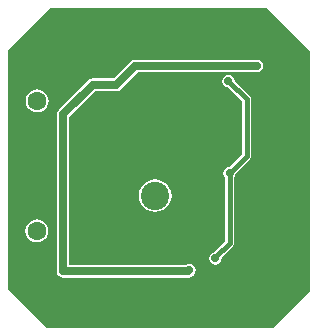
<source format=gbl>
G04*
G04 #@! TF.GenerationSoftware,Altium Limited,Altium Designer,21.6.1 (37)*
G04*
G04 Layer_Physical_Order=2*
G04 Layer_Color=16711680*
%FSLAX44Y44*%
%MOMM*%
G71*
G04*
G04 #@! TF.SameCoordinates,B1B93876-0226-414C-94E0-45D9D66D3651*
G04*
G04*
G04 #@! TF.FilePolarity,Positive*
G04*
G01*
G75*
%ADD25C,0.4000*%
%ADD26C,0.7000*%
%ADD29C,1.6000*%
%ADD30C,2.4000*%
G04:AMPARAMS|DCode=31|XSize=2.4mm|YSize=2.4mm|CornerRadius=0.6mm|HoleSize=0mm|Usage=FLASHONLY|Rotation=0.000|XOffset=0mm|YOffset=0mm|HoleType=Round|Shape=RoundedRectangle|*
%AMROUNDEDRECTD31*
21,1,2.4000,1.2000,0,0,0.0*
21,1,1.2000,2.4000,0,0,0.0*
1,1,1.2000,0.6000,-0.6000*
1,1,1.2000,-0.6000,-0.6000*
1,1,1.2000,-0.6000,0.6000*
1,1,1.2000,0.6000,0.6000*
%
%ADD31ROUNDEDRECTD31*%
%ADD32C,0.7000*%
G36*
X1531000Y2808666D02*
Y2605000D01*
X1500000Y2574000D01*
X1308000D01*
X1275000Y2607000D01*
Y2809000D01*
X1311000Y2845000D01*
X1494666Y2845000D01*
X1531000Y2808666D01*
D02*
G37*
%LPC*%
G36*
X1300178Y2776026D02*
X1297646Y2775692D01*
X1295286Y2774715D01*
X1293260Y2773160D01*
X1291705Y2771134D01*
X1290728Y2768774D01*
X1290394Y2766242D01*
X1290728Y2763710D01*
X1291705Y2761350D01*
X1293260Y2759324D01*
X1295286Y2757769D01*
X1297646Y2756792D01*
X1300178Y2756458D01*
X1302710Y2756792D01*
X1305070Y2757769D01*
X1307096Y2759324D01*
X1308651Y2761350D01*
X1309628Y2763710D01*
X1309962Y2766242D01*
X1309628Y2768774D01*
X1308651Y2771134D01*
X1307096Y2773160D01*
X1305070Y2774715D01*
X1302710Y2775692D01*
X1300178Y2776026D01*
D02*
G37*
G36*
X1400000Y2699818D02*
X1396424Y2699348D01*
X1393091Y2697967D01*
X1390229Y2695771D01*
X1388033Y2692909D01*
X1386653Y2689576D01*
X1386182Y2686000D01*
X1386653Y2682424D01*
X1388033Y2679091D01*
X1390229Y2676229D01*
X1393091Y2674033D01*
X1396424Y2672653D01*
X1400000Y2672182D01*
X1403576Y2672653D01*
X1406909Y2674033D01*
X1409771Y2676229D01*
X1411967Y2679091D01*
X1413347Y2682424D01*
X1413818Y2686000D01*
X1413347Y2689576D01*
X1411967Y2692909D01*
X1409771Y2695771D01*
X1406909Y2697967D01*
X1403576Y2699348D01*
X1400000Y2699818D01*
D02*
G37*
G36*
X1299670Y2666044D02*
X1297138Y2665710D01*
X1294778Y2664733D01*
X1292752Y2663178D01*
X1291197Y2661152D01*
X1290220Y2658792D01*
X1289886Y2656260D01*
X1290220Y2653728D01*
X1291197Y2651368D01*
X1292752Y2649342D01*
X1294778Y2647787D01*
X1297138Y2646810D01*
X1299670Y2646476D01*
X1302202Y2646810D01*
X1304562Y2647787D01*
X1306588Y2649342D01*
X1308143Y2651368D01*
X1309120Y2653728D01*
X1309454Y2656260D01*
X1309120Y2658792D01*
X1308143Y2661152D01*
X1306588Y2663178D01*
X1304562Y2664733D01*
X1302202Y2665710D01*
X1299670Y2666044D01*
D02*
G37*
G36*
X1462000Y2788302D02*
X1459971Y2787898D01*
X1458251Y2786749D01*
X1457102Y2785029D01*
X1456698Y2783000D01*
X1457102Y2780971D01*
X1458251Y2779251D01*
X1459971Y2778102D01*
X1461958Y2777706D01*
X1473728Y2765938D01*
Y2721063D01*
X1462959Y2710294D01*
X1460971Y2709898D01*
X1459251Y2708749D01*
X1458102Y2707029D01*
X1457698Y2705000D01*
X1458102Y2702971D01*
X1459227Y2701286D01*
Y2647563D01*
X1449710Y2638045D01*
X1448971Y2637898D01*
X1447251Y2636749D01*
X1446102Y2635029D01*
X1445698Y2633000D01*
X1446102Y2630971D01*
X1447251Y2629251D01*
X1448971Y2628102D01*
X1451000Y2627698D01*
X1453029Y2628102D01*
X1454749Y2629251D01*
X1455898Y2630971D01*
X1456302Y2633000D01*
X1456142Y2633806D01*
X1465668Y2643333D01*
X1465668Y2643333D01*
X1466158Y2644066D01*
X1466485Y2644556D01*
X1466772Y2646000D01*
Y2701286D01*
X1467898Y2702971D01*
X1468294Y2704958D01*
X1480168Y2716832D01*
X1480168Y2716832D01*
X1480658Y2717566D01*
X1480985Y2718056D01*
X1481272Y2719500D01*
Y2767500D01*
X1481272Y2767500D01*
X1480985Y2768944D01*
X1480168Y2770168D01*
X1467294Y2783041D01*
X1466898Y2785029D01*
X1465749Y2786749D01*
X1464029Y2787898D01*
X1462000Y2788302D01*
D02*
G37*
G36*
X1486000Y2801302D02*
X1383000D01*
X1380971Y2800898D01*
X1379251Y2799749D01*
X1378251Y2798749D01*
X1364754Y2785251D01*
X1347050D01*
X1345021Y2784848D01*
X1343301Y2783699D01*
X1318251Y2758648D01*
X1317102Y2756928D01*
X1316698Y2754900D01*
Y2622000D01*
X1317102Y2619971D01*
X1318251Y2618251D01*
X1319971Y2617102D01*
X1322000Y2616698D01*
X1428000D01*
X1430029Y2617102D01*
X1431749Y2618251D01*
X1432749Y2619251D01*
X1433898Y2620971D01*
X1434302Y2623000D01*
X1433898Y2625029D01*
X1432749Y2626749D01*
X1431029Y2627898D01*
X1429000Y2628302D01*
X1426971Y2627898D01*
X1426078Y2627302D01*
X1327302D01*
Y2752704D01*
X1349246Y2774648D01*
X1366950D01*
X1368979Y2775051D01*
X1370699Y2776201D01*
X1385196Y2790698D01*
X1486000D01*
X1488029Y2791102D01*
X1489749Y2792251D01*
X1490898Y2793971D01*
X1491302Y2796000D01*
X1490898Y2798029D01*
X1489749Y2799749D01*
X1488029Y2800898D01*
X1486000Y2801302D01*
D02*
G37*
%LPD*%
D25*
X1477500Y2719500D02*
Y2767500D01*
X1462000Y2783000D02*
X1477500Y2767500D01*
X1463000Y2705000D02*
X1477500Y2719500D01*
X1451000Y2633000D02*
Y2634000D01*
X1463000Y2646000D01*
Y2705000D01*
D26*
X1428000Y2622000D02*
X1429000Y2623000D01*
X1322000Y2622000D02*
X1428000D01*
X1322000D02*
Y2754900D01*
X1347050Y2779950D01*
X1382000Y2795000D02*
X1383000Y2796000D01*
X1366950Y2779950D02*
X1382000Y2795000D01*
X1383000Y2796000D02*
X1486000D01*
X1347050Y2779950D02*
X1366950D01*
D29*
X1299670Y2656260D02*
D03*
X1300178Y2766242D02*
D03*
D30*
X1400000Y2686000D02*
D03*
D31*
Y2735000D02*
D03*
D32*
X1510000Y2800000D02*
D03*
X1522500Y2775000D02*
D03*
X1510000Y2750000D02*
D03*
X1522500Y2725000D02*
D03*
X1510000Y2700000D02*
D03*
X1522500Y2675000D02*
D03*
X1510000Y2650000D02*
D03*
X1522500Y2625000D02*
D03*
X1510000Y2600000D02*
D03*
X1497500Y2825000D02*
D03*
Y2775000D02*
D03*
X1485000Y2750000D02*
D03*
X1497500Y2725000D02*
D03*
Y2675000D02*
D03*
X1485000Y2650000D02*
D03*
X1497500Y2625000D02*
D03*
X1485000Y2600000D02*
D03*
X1472500Y2825000D02*
D03*
X1460000Y2750000D02*
D03*
X1472500Y2625000D02*
D03*
X1447500Y2825000D02*
D03*
Y2775000D02*
D03*
X1435000Y2750000D02*
D03*
Y2700000D02*
D03*
X1422500Y2825000D02*
D03*
X1410000Y2750000D02*
D03*
X1397500Y2825000D02*
D03*
X1385000Y2750000D02*
D03*
X1397500Y2725000D02*
D03*
X1385000Y2650000D02*
D03*
X1372500Y2825000D02*
D03*
X1360000Y2750000D02*
D03*
X1372500Y2725000D02*
D03*
X1360000Y2700000D02*
D03*
X1372500Y2675000D02*
D03*
X1360000Y2650000D02*
D03*
X1347500Y2825000D02*
D03*
X1335000Y2800000D02*
D03*
Y2750000D02*
D03*
X1347500Y2725000D02*
D03*
X1335000Y2700000D02*
D03*
X1347500Y2675000D02*
D03*
X1335000Y2650000D02*
D03*
Y2600000D02*
D03*
X1322500Y2825000D02*
D03*
X1310000Y2800000D02*
D03*
X1322500Y2775000D02*
D03*
X1310000Y2750000D02*
D03*
Y2700000D02*
D03*
Y2600000D02*
D03*
X1462000Y2783000D02*
D03*
X1429000Y2623000D02*
D03*
X1322000Y2622000D02*
D03*
X1486000Y2796000D02*
D03*
X1382000Y2795000D02*
D03*
X1451000Y2633000D02*
D03*
X1463000Y2705000D02*
D03*
M02*

</source>
